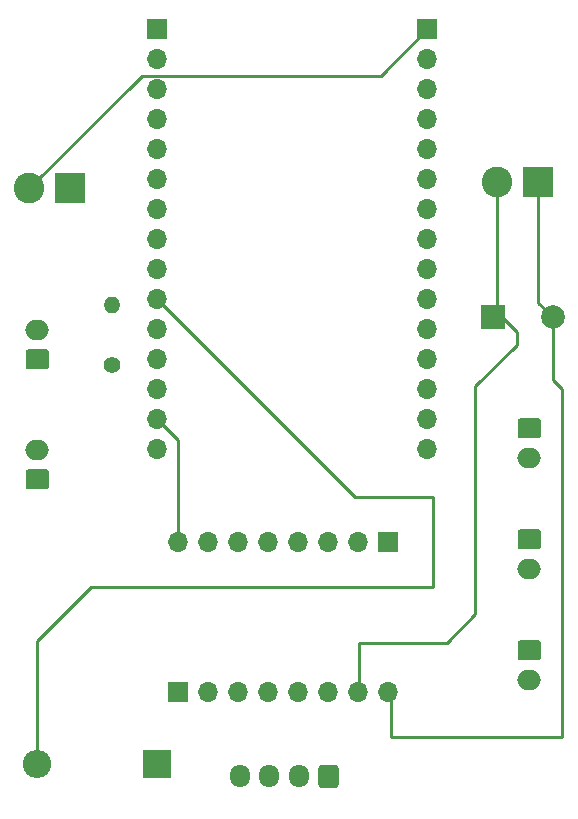
<source format=gbl>
%TF.GenerationSoftware,KiCad,Pcbnew,(5.1.10-1-10_14)*%
%TF.CreationDate,2021-12-20T14:54:58-05:00*%
%TF.ProjectId,SmartLock,536d6172-744c-46f6-936b-2e6b69636164,rev?*%
%TF.SameCoordinates,Original*%
%TF.FileFunction,Copper,L2,Bot*%
%TF.FilePolarity,Positive*%
%FSLAX46Y46*%
G04 Gerber Fmt 4.6, Leading zero omitted, Abs format (unit mm)*
G04 Created by KiCad (PCBNEW (5.1.10-1-10_14)) date 2021-12-20 14:54:58*
%MOMM*%
%LPD*%
G01*
G04 APERTURE LIST*
%TA.AperFunction,ComponentPad*%
%ADD10O,2.400000X2.400000*%
%TD*%
%TA.AperFunction,ComponentPad*%
%ADD11R,2.400000X2.400000*%
%TD*%
%TA.AperFunction,ComponentPad*%
%ADD12C,2.000000*%
%TD*%
%TA.AperFunction,ComponentPad*%
%ADD13R,2.000000X2.000000*%
%TD*%
%TA.AperFunction,ComponentPad*%
%ADD14O,2.000000X1.700000*%
%TD*%
%TA.AperFunction,ComponentPad*%
%ADD15O,1.700000X1.950000*%
%TD*%
%TA.AperFunction,ComponentPad*%
%ADD16O,1.700000X1.700000*%
%TD*%
%TA.AperFunction,ComponentPad*%
%ADD17R,1.700000X1.700000*%
%TD*%
%TA.AperFunction,ComponentPad*%
%ADD18O,1.400000X1.400000*%
%TD*%
%TA.AperFunction,ComponentPad*%
%ADD19C,1.400000*%
%TD*%
%TA.AperFunction,ComponentPad*%
%ADD20C,2.600000*%
%TD*%
%TA.AperFunction,ComponentPad*%
%ADD21R,2.600000X2.600000*%
%TD*%
%TA.AperFunction,Conductor*%
%ADD22C,0.250000*%
%TD*%
G04 APERTURE END LIST*
D10*
X102870000Y-117856000D03*
D11*
X113030000Y-117856000D03*
D12*
X146478000Y-80010000D03*
D13*
X141478000Y-80010000D03*
D14*
X144526000Y-91908000D03*
%TA.AperFunction,ComponentPad*%
G36*
G01*
X143776000Y-88558000D02*
X145276000Y-88558000D01*
G75*
G02*
X145526000Y-88808000I0J-250000D01*
G01*
X145526000Y-90008000D01*
G75*
G02*
X145276000Y-90258000I-250000J0D01*
G01*
X143776000Y-90258000D01*
G75*
G02*
X143526000Y-90008000I0J250000D01*
G01*
X143526000Y-88808000D01*
G75*
G02*
X143776000Y-88558000I250000J0D01*
G01*
G37*
%TD.AperFunction*%
X144526000Y-101306000D03*
%TA.AperFunction,ComponentPad*%
G36*
G01*
X143776000Y-97956000D02*
X145276000Y-97956000D01*
G75*
G02*
X145526000Y-98206000I0J-250000D01*
G01*
X145526000Y-99406000D01*
G75*
G02*
X145276000Y-99656000I-250000J0D01*
G01*
X143776000Y-99656000D01*
G75*
G02*
X143526000Y-99406000I0J250000D01*
G01*
X143526000Y-98206000D01*
G75*
G02*
X143776000Y-97956000I250000J0D01*
G01*
G37*
%TD.AperFunction*%
D15*
X120008000Y-118872000D03*
X122508000Y-118872000D03*
X125008000Y-118872000D03*
%TA.AperFunction,ComponentPad*%
G36*
G01*
X128358000Y-118147000D02*
X128358000Y-119597000D01*
G75*
G02*
X128108000Y-119847000I-250000J0D01*
G01*
X126908000Y-119847000D01*
G75*
G02*
X126658000Y-119597000I0J250000D01*
G01*
X126658000Y-118147000D01*
G75*
G02*
X126908000Y-117897000I250000J0D01*
G01*
X128108000Y-117897000D01*
G75*
G02*
X128358000Y-118147000I0J-250000D01*
G01*
G37*
%TD.AperFunction*%
D14*
X144526000Y-110704000D03*
%TA.AperFunction,ComponentPad*%
G36*
G01*
X143776000Y-107354000D02*
X145276000Y-107354000D01*
G75*
G02*
X145526000Y-107604000I0J-250000D01*
G01*
X145526000Y-108804000D01*
G75*
G02*
X145276000Y-109054000I-250000J0D01*
G01*
X143776000Y-109054000D01*
G75*
G02*
X143526000Y-108804000I0J250000D01*
G01*
X143526000Y-107604000D01*
G75*
G02*
X143776000Y-107354000I250000J0D01*
G01*
G37*
%TD.AperFunction*%
D16*
X132588000Y-111760000D03*
X130048000Y-111760000D03*
X127508000Y-111760000D03*
X124968000Y-111760000D03*
X122428000Y-111760000D03*
X119888000Y-111760000D03*
X117348000Y-111760000D03*
D17*
X114808000Y-111760000D03*
D16*
X114808000Y-99060000D03*
X117348000Y-99060000D03*
X119888000Y-99060000D03*
X122428000Y-99060000D03*
X124968000Y-99060000D03*
X127508000Y-99060000D03*
X130048000Y-99060000D03*
D17*
X132588000Y-99060000D03*
D16*
X113030000Y-91186000D03*
X113030000Y-88646000D03*
X113030000Y-86106000D03*
X113030000Y-83566000D03*
X113030000Y-81026000D03*
X113030000Y-78486000D03*
X113030000Y-75946000D03*
X113030000Y-73406000D03*
X113030000Y-70866000D03*
X113030000Y-68326000D03*
X113030000Y-65786000D03*
X113030000Y-63246000D03*
X113030000Y-60706000D03*
X113030000Y-58166000D03*
D17*
X113030000Y-55626000D03*
D16*
X135890000Y-91186000D03*
X135890000Y-88646000D03*
X135890000Y-86106000D03*
X135890000Y-83566000D03*
X135890000Y-81026000D03*
X135890000Y-78486000D03*
X135890000Y-75946000D03*
X135890000Y-73406000D03*
X135890000Y-70866000D03*
X135890000Y-68326000D03*
X135890000Y-65786000D03*
X135890000Y-63246000D03*
X135890000Y-60706000D03*
X135890000Y-58166000D03*
D17*
X135890000Y-55626000D03*
D18*
X109220000Y-78994000D03*
D19*
X109220000Y-84074000D03*
D14*
X102870000Y-91226000D03*
%TA.AperFunction,ComponentPad*%
G36*
G01*
X103620000Y-94576000D02*
X102120000Y-94576000D01*
G75*
G02*
X101870000Y-94326000I0J250000D01*
G01*
X101870000Y-93126000D01*
G75*
G02*
X102120000Y-92876000I250000J0D01*
G01*
X103620000Y-92876000D01*
G75*
G02*
X103870000Y-93126000I0J-250000D01*
G01*
X103870000Y-94326000D01*
G75*
G02*
X103620000Y-94576000I-250000J0D01*
G01*
G37*
%TD.AperFunction*%
D20*
X141788000Y-68580000D03*
D21*
X145288000Y-68580000D03*
D14*
X102870000Y-81066000D03*
%TA.AperFunction,ComponentPad*%
G36*
G01*
X103620000Y-84416000D02*
X102120000Y-84416000D01*
G75*
G02*
X101870000Y-84166000I0J250000D01*
G01*
X101870000Y-82966000D01*
G75*
G02*
X102120000Y-82716000I250000J0D01*
G01*
X103620000Y-82716000D01*
G75*
G02*
X103870000Y-82966000I0J-250000D01*
G01*
X103870000Y-84166000D01*
G75*
G02*
X103620000Y-84416000I-250000J0D01*
G01*
G37*
%TD.AperFunction*%
D20*
X102164000Y-69088000D03*
D21*
X105664000Y-69088000D03*
D22*
X131985001Y-59530999D02*
X135890000Y-55626000D01*
X111721001Y-59530999D02*
X131985001Y-59530999D01*
X102164000Y-69088000D02*
X111721001Y-59530999D01*
X114808000Y-90424000D02*
X113030000Y-88646000D01*
X114808000Y-99060000D02*
X114808000Y-90424000D01*
X102870000Y-107442000D02*
X102870000Y-117856000D01*
X136398000Y-95250000D02*
X136398000Y-102870000D01*
X129794000Y-95250000D02*
X136398000Y-95250000D01*
X107442000Y-102870000D02*
X102870000Y-107442000D01*
X136398000Y-102870000D02*
X107442000Y-102870000D01*
X113030000Y-78486000D02*
X129794000Y-95250000D01*
X141788000Y-79558000D02*
X143451001Y-81221001D01*
X141788000Y-68580000D02*
X141788000Y-79558000D01*
X143451001Y-81221001D02*
X143451001Y-82354999D01*
X139954000Y-85852000D02*
X139954000Y-92456000D01*
X143451001Y-82354999D02*
X139954000Y-85852000D01*
X139954000Y-92202000D02*
X139954000Y-92456000D01*
X130067002Y-107536999D02*
X130067002Y-111740998D01*
X137573001Y-107536999D02*
X130067002Y-107536999D01*
X139954000Y-105156000D02*
X137573001Y-107536999D01*
X130067002Y-111740998D02*
X130048000Y-111760000D01*
X139954000Y-92456000D02*
X139954000Y-105156000D01*
X132842000Y-112014000D02*
X132588000Y-111760000D01*
X132842000Y-115570000D02*
X132842000Y-112014000D01*
X147320000Y-86106000D02*
X147320000Y-115570000D01*
X146478000Y-85264000D02*
X147320000Y-86106000D01*
X147320000Y-115570000D02*
X132842000Y-115570000D01*
X146478000Y-80010000D02*
X146478000Y-85264000D01*
X145288000Y-78820000D02*
X146478000Y-80010000D01*
X145288000Y-68580000D02*
X145288000Y-78820000D01*
M02*

</source>
